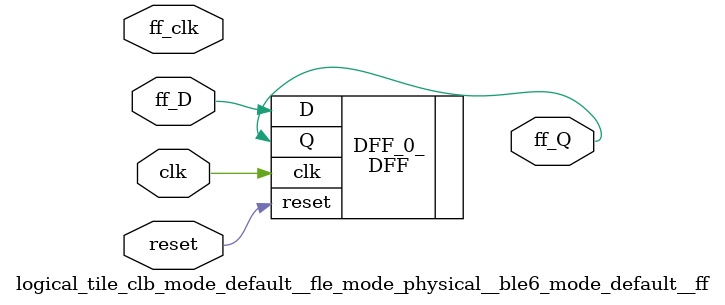
<source format=v>
`timescale 1ns / 1ps


// ----- Verilog module for logical_tile_clb_mode_default__fle_mode_physical__ble6_mode_default__ff -----
module logical_tile_clb_mode_default__fle_mode_physical__ble6_mode_default__ff(reset,
                                                                               clk,
                                                                               ff_D,
                                                                               ff_Q,
                                                                               ff_clk);
//----- GLOBAL PORTS -----
input [0:0] reset;
//----- GLOBAL PORTS -----
input [0:0] clk;
//----- INPUT PORTS -----
input [0:0] ff_D;
//----- OUTPUT PORTS -----
output [0:0] ff_Q;
//----- CLOCK PORTS -----
input [0:0] ff_clk;

//----- BEGIN Registered ports -----
//----- END Registered ports -----



// ----- BEGIN Local short connections -----
// ----- END Local short connections -----
// ----- BEGIN Local output short connections -----
// ----- END Local output short connections -----

	DFF DFF_0_ (
		.reset(reset),
		.clk(clk),
		.D(ff_D),
		.Q(ff_Q));

endmodule
// ----- END Verilog module for logical_tile_clb_mode_default__fle_mode_physical__ble6_mode_default__ff -----

//----- Default net type -----
// `default_nettype none




</source>
